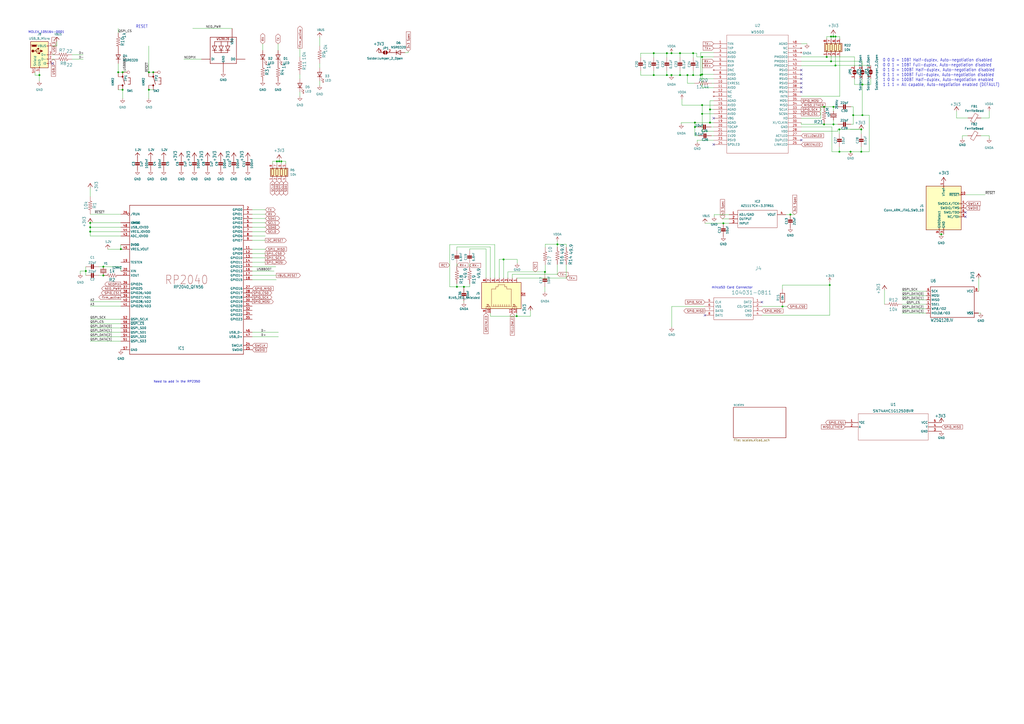
<source format=kicad_sch>
(kicad_sch (version 20250114) (generator "eeschema") (generator_version "9.0")
  (paper "A2")
  (text "0 0 0 = 10BT Half-duplex, Auto-negotiation disabled\n0 0 1 = 10BT Full-duplex, Auto-negotiation disabled\n0 1 0 = 100BT Half-duplex, Auto-negotiation disabled\n0 1 1 = 100BT Full-duplex, Auto-negotiation disabled\n1 0 0 = 100BT Half-duplex, Auto-negotiation enabled\n1 1 1 = All capable, Auto-negotiation enabled (DEFAULT)" (at 512.064 50.292 0) (effects (font (size 1.778 1.5113)) (justify left bottom)))
  (text "mircoSD Card Connector\n" (at 424.688 166.878 0) (effects (font (size 1.27 1.27))))
  (text "MOLEX_105164-0001" (at 16.383 19.431 0) (effects (font (size 1.27 1.27)) (justify left bottom)))
  (text "RESET" (at 78.74 16.51 0) (effects (font (size 1.778 1.5113)) (justify left bottom)))
  (text "Need to add in the RP2350\n" (at 102.616 221.488 0) (effects (font (size 1.27 1.27))))
  (junction (at 500.253 66.802))
  (junction (at 483.362 21.209))
  (junction (at 265.049 166.37))
  (junction (at 68.58 41.91))
  (junction (at 482.092 35.56))
  (junction (at 483.489 61.976))
  (junction (at 379.222 30.861))
  (junction (at 71.12 52.07))
  (junction (at 407.289 60.96))
  (junction (at 394.462 30.861))
  (junction (at 402.082 43.561))
  (junction (at 481.33 165.354))
  (junction (at 402.082 30.861))
  (junction (at 88.9 41.91))
  (junction (at 59.944 159.766))
  (junction (at 389.509 30.861))
  (junction (at 160.655 93.599))
  (junction (at 407.289 66.04))
  (junction (at 70.104 144.526))
  (junction (at 86.36 52.07))
  (junction (at 458.47 124.46))
  (junction (at 52.324 134.366))
  (junction (at 411.861 63.5))
  (junction (at 478.028 72.136))
  (junction (at 484.632 37.973))
  (junction (at 407.289 33.02))
  (junction (at 379.222 43.561))
  (junction (at 269.113 166.37))
  (junction (at 486.918 88.011))
  (junction (at 486.918 75.057))
  (junction (at 323.342 141.732))
  (junction (at 403.098 73.66))
  (junction (at 407.289 43.18))
  (junction (at 292.1 150.495))
  (junction (at 419.608 129.54))
  (junction (at 52.324 129.286))
  (junction (at 86.36 41.91))
  (junction (at 483.489 72.136))
  (junction (at 161.925 93.599))
  (junction (at 316.103 157.734))
  (junction (at 406.4 43.561))
  (junction (at 59.944 154.686))
  (junction (at 453.898 177.8))
  (junction (at 482.092 21.209))
  (junction (at 22.86 43.561))
  (junction (at 411.861 71.12))
  (junction (at 49.784 157.226))
  (junction (at 545.9984 135.89))
  (junction (at 71.12 41.91))
  (junction (at 389.509 43.561))
  (junction (at 478.028 61.976))
  (junction (at 386.842 43.561))
  (junction (at 499.618 75.057))
  (junction (at 500.253 49.022))
  (junction (at 299.72 183.388))
  (junction (at 484.632 21.209))
  (junction (at 386.842 30.861))
  (junction (at 163.195 93.599))
  (junction (at 403.098 71.12))
  (junction (at 394.462 43.561))
  (junction (at 499.618 88.011))
  (junction (at 494.919 66.802))
  (junction (at 398.78 43.561))
  (junction (at 493.395 88.011))
  (junction (at 479.552 33.02))
  (junction (at 52.324 131.826))
  (no_connect (at 414.02 68.58))
  (no_connect (at 560.07 125.73))
  (no_connect (at 464.82 81.28))
  (no_connect (at 464.82 40.64))
  (no_connect (at 464.82 53.34))
  (no_connect (at 408.94 182.88))
  (no_connect (at 414.02 83.82))
  (no_connect (at 560.07 123.19))
  (no_connect (at 30.48 36.83))
  (no_connect (at 441.96 175.26))
  (no_connect (at 464.82 43.18))
  (no_connect (at 464.82 45.72))
  (no_connect (at 464.82 48.26))
  (no_connect (at 464.82 50.8))
  (wire (pts (xy 316.23 153.67) (xy 316.23 157.734)))
  (wire (pts (xy 41.783 31.75) (xy 48.26 31.75)))
  (wire (pts (xy 523.24 171.45) (xy 537.21 171.45)))
  (wire (pts (xy 476.123 61.976) (xy 476.123 68.58)))
  (wire (pts (xy 289.56 150.495) (xy 292.1 150.495)))
  (wire (pts (xy 561.467 68.453) (xy 554.863 68.453)))
  (wire (pts (xy 292.1 150.495) (xy 299.974 150.495)))
  (wire (pts (xy 483.489 61.976) (xy 486.029 61.976)))
  (wire (pts (xy 495.681 49.022) (xy 500.253 49.022)))
  (wire (pts (xy 161.29 25.4) (xy 161.29 29.21)))
  (wire (pts (xy 20.32 43.561) (xy 22.86 43.561)))
  (wire (pts (xy 500.253 66.802) (xy 504.19 66.802)))
  (wire (pts (xy 500.253 49.022) (xy 505.079 49.022)))
  (wire (pts (xy 294.64 161.29) (xy 294.64 157.734)))
  (wire (pts (xy 52.324 197.866) (xy 70.104 197.866)))
  (wire (pts (xy 407.289 33.02) (xy 407.289 43.18)))
  (wire (pts (xy 407.289 76.2) (xy 407.289 66.04)))
  (wire (pts (xy 398.78 48.26) (xy 398.78 43.561)))
  (wire (pts (xy 414.02 30.48) (xy 406.4 30.48)))
  (wire (pts (xy 389.509 30.861) (xy 394.462 30.861)) (stroke (width 0.1524)))
  (wire (pts (xy 31.623 31.75) (xy 30.48 31.75)))
  (wire (pts (xy 52.324 192.786) (xy 70.104 192.786)))
  (wire (pts (xy 486.029 75.057) (xy 486.918 75.057)))
  (wire (pts (xy 62.484 144.526) (xy 70.104 144.526)))
  (wire (pts (xy 146.304 149.606) (xy 153.924 149.606)))
  (wire (pts (xy 316.103 166.37) (xy 316.103 169.291)))
  (wire (pts (xy 403.098 78.74) (xy 403.098 73.66)))
  (wire (pts (xy 453.898 167.64) (xy 453.898 165.354)))
  (wire (pts (xy 146.304 131.826) (xy 153.924 131.826)))
  (wire (pts (xy 406.4 43.561) (xy 402.082 43.561)))
  (wire (pts (xy 316.23 143.51) (xy 316.23 141.732)))
  (wire (pts (xy 461.01 124.46) (xy 458.47 124.46)))
  (wire (pts (xy 86.36 26.67) (xy 86.36 41.91)))
  (wire (pts (xy 395.605 60.96) (xy 395.605 57.531)))
  (wire (pts (xy 284.48 161.29) (xy 284.48 143.256)))
  (wire (pts (xy 116.84 34.29) (xy 106.68 34.29)))
  (wire (pts (xy 495.681 33.02) (xy 479.552 33.02)))
  (wire (pts (xy 394.462 41.021) (xy 394.462 43.561)) (stroke (width 0.1524)))
  (wire (pts (xy 406.4 30.48) (xy 406.4 43.561)))
  (wire (pts (xy 22.86 43.561) (xy 22.86 41.91)))
  (wire (pts (xy 402.082 41.021) (xy 402.082 43.561)))
  (wire (pts (xy 292.1 150.495) (xy 292.1 161.29)))
  (wire (pts (xy 561.34 78.74) (xy 558.292 78.74)))
  (wire (pts (xy 483.489 64.516) (xy 483.489 61.976)))
  (wire (pts (xy 70.104 141.986) (xy 70.104 144.526)))
  (wire (pts (xy 163.195 93.599) (xy 161.925 93.599)))
  (wire (pts (xy 165.735 93.599) (xy 163.195 93.599)))
  (wire (pts (xy 407.289 66.04) (xy 407.289 60.96)))
  (wire (pts (xy 483.489 61.976) (xy 478.028 61.976)))
  (wire (pts (xy 483.362 19.939) (xy 483.362 21.209)))
  (wire (pts (xy 486.029 76.2) (xy 486.029 75.057)))
  (wire (pts (xy 22.86 43.561) (xy 22.86 46.99)))
  (wire (pts (xy 287.02 141.859) (xy 260.858 141.859)))
  (wire (pts (xy 316.103 157.734) (xy 316.103 158.75)))
  (wire (pts (xy 464.82 72.136) (xy 464.82 71.12)))
  (wire (pts (xy 146.304 147.066) (xy 153.924 147.066)))
  (wire (pts (xy 537.21 176.53) (xy 523.24 176.53)))
  (wire (pts (xy 68.58 52.07) (xy 71.12 52.07)))
  (wire (pts (xy 405.13 78.74) (xy 403.098 78.74)))
  (wire (pts (xy 371.602 41.021) (xy 371.602 43.561)) (stroke (width 0.1524)))
  (wire (pts (xy 269.113 174.625) (xy 269.113 175.387)))
  (wire (pts (xy 483.489 69.596) (xy 483.489 72.136)))
  (wire (pts (xy 484.632 22.479) (xy 484.632 21.209)))
  (wire (pts (xy 505.079 37.973) (xy 484.632 37.973)))
  (wire (pts (xy 487.172 22.479) (xy 487.172 21.209)))
  (wire (pts (xy 160.655 93.599) (xy 160.655 94.869)))
  (wire (pts (xy 500.253 45.72) (xy 500.253 49.022)))
  (wire (pts (xy 569.087 68.453) (xy 573.786 68.453)))
  (wire (pts (xy 567.69 161.29) (xy 567.69 168.91)))
  (wire (pts (xy 70.104 154.686) (xy 70.104 157.226)))
  (wire (pts (xy 70.104 175.006) (xy 52.324 175.006)))
  (wire (pts (xy 146.304 129.286) (xy 153.924 129.286)))
  (wire (pts (xy 41.783 34.29) (xy 48.26 34.29)))
  (wire (pts (xy 307.721 180.086) (xy 307.721 183.388)))
  (wire (pts (xy 394.462 43.561) (xy 398.78 43.561)) (stroke (width 0.1524)))
  (wire (pts (xy 453.898 165.354) (xy 481.33 165.354)))
  (wire (pts (xy 158.115 93.599) (xy 158.115 94.869)))
  (wire (pts (xy 486.918 75.057) (xy 499.618 75.057)) (stroke (width 0.1524)))
  (wire (pts (xy 234.95 30.48) (xy 236.855 30.48)))
  (wire (pts (xy 173.99 53.34) (xy 173.99 55.88)))
  (wire (pts (xy 406.4 45.72) (xy 406.4 43.561)))
  (wire (pts (xy 513.08 168.148) (xy 513.08 176.53)))
  (wire (pts (xy 328.422 141.732) (xy 328.422 143.383)))
  (wire (pts (xy 299.72 183.388) (xy 299.72 181.61)))
  (wire (pts (xy 523.24 181.61) (xy 537.21 181.61)))
  (wire (pts (xy 153.924 124.206) (xy 146.304 124.206)))
  (wire (pts (xy 404.241 33.02) (xy 404.241 30.861)))
  (wire (pts (xy 484.632 32.639) (xy 484.632 37.973)))
  (wire (pts (xy 185.42 36.83) (xy 185.42 39.37)))
  (wire (pts (xy 52.324 136.906) (xy 52.324 134.366)))
  (wire (pts (xy 494.919 66.802) (xy 500.253 66.802)))
  (wire (pts (xy 394.462 30.861) (xy 402.082 30.861)) (stroke (width 0.1524)))
  (wire (pts (xy 482.092 35.56) (xy 464.82 35.56)))
  (wire (pts (xy 297.18 159.131) (xy 323.342 159.131)))
  (wire (pts (xy 478.028 72.136) (xy 483.489 72.136)))
  (wire (pts (xy 500.253 38.1) (xy 500.253 35.56)))
  (wire (pts (xy 70.104 131.826) (xy 52.324 131.826)))
  (wire (pts (xy 404.495 81.28) (xy 414.02 81.28)))
  (wire (pts (xy 52.324 195.326) (xy 70.104 195.326)))
  (wire (pts (xy 389.509 43.561) (xy 394.462 43.561)) (stroke (width 0.1524)))
  (wire (pts (xy 316.23 157.734) (xy 316.103 157.734)))
  (wire (pts (xy 495.681 45.72) (xy 495.681 49.022)))
  (wire (pts (xy 146.304 144.526) (xy 153.924 144.526)))
  (wire (pts (xy 407.289 43.18) (xy 407.289 50.8)))
  (wire (pts (xy 52.324 108.966) (xy 52.324 114.046)))
  (wire (pts (xy 185.42 46.99) (xy 185.42 49.53)))
  (wire (pts (xy 573.786 68.453) (xy 573.786 64.389)))
  (wire (pts (xy 398.78 43.561) (xy 402.082 43.561)) (stroke (width 0.1524)))
  (wire (pts (xy 482.092 32.639) (xy 482.092 35.56)))
  (wire (pts (xy 560.07 113.03) (xy 571.5 113.03)))
  (wire (pts (xy 414.02 71.12) (xy 411.861 71.12)))
  (wire (pts (xy 487.172 55.88) (xy 464.82 55.88)))
  (wire (pts (xy 483.362 21.209) (xy 482.092 21.209)))
  (wire (pts (xy 414.02 33.02) (xy 407.289 33.02)))
  (wire (pts (xy 479.552 33.02) (xy 464.82 33.02)))
  (wire (pts (xy 68.58 19.05) (xy 68.58 16.51)))
  (wire (pts (xy 71.12 41.91) (xy 68.58 41.91)))
  (wire (pts (xy 414.02 76.2) (xy 407.289 76.2)))
  (wire (pts (xy 408.94 129.54) (xy 419.608 129.54)))
  (wire (pts (xy 59.944 154.686) (xy 57.404 154.686)))
  (wire (pts (xy 160.02 154.686) (xy 146.304 154.686)))
  (wire (pts (xy 486.918 75.057) (xy 486.918 77.597)) (stroke (width 0.1524)))
  (wire (pts (xy 173.99 43.18) (xy 173.99 45.72)))
  (wire (pts (xy 487.172 21.209) (xy 484.632 21.209)))
  (wire (pts (xy 403.098 73.66) (xy 403.098 71.12)))
  (wire (pts (xy 386.842 30.861) (xy 389.509 30.861)) (stroke (width 0.1524)))
  (wire (pts (xy 289.56 161.29) (xy 289.56 150.495)))
  (wire (pts (xy 464.82 25.4) (xy 468.122 25.4)))
  (wire (pts (xy 323.342 139.954) (xy 323.342 141.732)))
  (wire (pts (xy 294.64 157.734) (xy 316.103 157.734)))
  (wire (pts (xy 573.786 78.74) (xy 573.786 80.264)))
  (wire (pts (xy 482.092 21.209) (xy 479.552 21.209)))
  (wire (pts (xy 568.96 78.74) (xy 573.786 78.74)))
  (wire (pts (xy 544.83 135.89) (xy 545.9984 135.89)))
  (wire (pts (xy 407.289 43.18) (xy 414.02 43.18)))
  (wire (pts (xy 379.222 33.401) (xy 379.222 30.861)) (stroke (width 0.1524)))
  (wire (pts (xy 299.974 150.495) (xy 299.974 152.654)))
  (wire (pts (xy 146.304 134.366) (xy 153.924 134.366)))
  (wire (pts (xy 500.253 49.149) (xy 500.253 66.802)))
  (wire (pts (xy 441.96 182.88) (xy 481.33 182.88)))
  (wire (pts (xy 407.289 60.96) (xy 395.605 60.96)))
  (wire (pts (xy 146.304 126.746) (xy 153.924 126.746)))
  (wire (pts (xy 379.222 30.861) (xy 386.842 30.861)) (stroke (width 0.1524)))
  (wire (pts (xy 323.342 153.416) (xy 323.342 159.131)))
  (wire (pts (xy 414.02 58.42) (xy 411.861 58.42)))
  (wire (pts (xy 371.602 30.861) (xy 379.222 30.861)) (stroke (width 0.1524)))
  (wire (pts (xy 52.324 134.366) (xy 52.324 131.826)))
  (wire (pts (xy 52.324 177.546) (xy 70.104 177.546)))
  (wire (pts (xy 504.19 66.802) (xy 504.19 88.011)))
  (wire (pts (xy 386.842 41.021) (xy 386.842 43.561)) (stroke (width 0.1524)))
  (wire (pts (xy 476.123 68.58) (xy 464.82 68.58)))
  (wire (pts (xy 494.919 72.136) (xy 494.919 66.802)))
  (wire (pts (xy 394.462 33.401) (xy 394.462 30.861)) (stroke (width 0.1524)))
  (wire (pts (xy 482.6 88.011) (xy 486.918 88.011)))
  (wire (pts (xy 403.098 71.12) (xy 395.224 71.12)))
  (wire (pts (xy 414.02 60.96) (xy 407.289 60.96)))
  (wire (pts (xy 265.049 166.37) (xy 269.113 166.37)))
  (wire (pts (xy 414.02 63.5) (xy 411.861 63.5)))
  (wire (pts (xy 419.1 127) (xy 422.91 127)))
  (wire (pts (xy 487.172 32.639) (xy 487.172 55.88)))
  (wire (pts (xy 146.304 136.906) (xy 153.924 136.906)))
  (wire (pts (xy 146.304 159.766) (xy 160.274 159.766)))
  (wire (pts (xy 379.222 41.021) (xy 379.222 43.561)) (stroke (width 0.1524)))
  (wire (pts (xy 414.274 125.73) (xy 414.274 124.46)))
  (wire (pts (xy 411.861 63.5) (xy 411.861 71.12)))
  (wire (pts (xy 30.48 26.67) (xy 33.02 26.67)))
  (wire (pts (xy 484.632 21.209) (xy 483.362 21.209)))
  (wire (pts (xy 88.9 52.07) (xy 86.36 52.07)))
  (wire (pts (xy 412.75 78.74) (xy 414.02 78.74)))
  (wire (pts (xy 284.48 181.61) (xy 284.48 183.388)))
  (wire (pts (xy 411.861 58.42) (xy 411.861 63.5)))
  (wire (pts (xy 499.618 75.057) (xy 493.141 75.057)))
  (wire (pts (xy 323.342 141.732) (xy 323.342 143.256)))
  (wire (pts (xy 505.079 49.022) (xy 505.079 45.593)))
  (wire (pts (xy 537.21 179.07) (xy 523.24 179.07)))
  (wire (pts (xy 402.082 30.861) (xy 402.082 33.401)) (stroke (width 0.1524)))
  (wire (pts (xy 272.415 164.719) (xy 272.415 166.37)))
  (wire (pts (xy 323.342 141.732) (xy 328.422 141.732)))
  (wire (pts (xy 558.292 78.74) (xy 558.292 80.264)))
  (wire (pts (xy 486.918 85.217) (xy 486.918 88.011)))
  (wire (pts (xy 316.23 141.732) (xy 323.342 141.732)))
  (wire (pts (xy 260.858 166.37) (xy 265.049 166.37)))
  (wire (pts (xy 413.004 48.26) (xy 414.02 48.26)))
  (wire (pts (xy 328.422 153.543) (xy 328.422 161.29)))
  (wire (pts (xy 408.94 177.8) (xy 389.636 177.8)))
  (wire (pts (xy 537.21 168.91) (xy 523.24 168.91)))
  (wire (pts (xy 395.224 71.12) (xy 395.224 71.882)))
  (wire (pts (xy 52.324 131.826) (xy 52.324 129.286)))
  (wire (pts (xy 486.029 72.136) (xy 483.489 72.136)))
  (wire (pts (xy 464.82 76.2) (xy 486.029 76.2)))
  (wire (pts (xy 146.304 162.306) (xy 160.274 162.306)))
  (wire (pts (xy 260.858 141.859) (xy 260.858 166.37)))
  (wire (pts (xy 414.02 66.04) (xy 407.289 66.04)))
  (wire (pts (xy 236.855 29.718) (xy 236.855 30.48)))
  (wire (pts (xy 479.552 32.639) (xy 479.552 33.02)))
  (wire (pts (xy 499.618 77.597) (xy 499.618 75.057)) (stroke (width 0.1524)))
  (wire (pts (xy 500.253 35.56) (xy 482.092 35.56)))
  (wire (pts (xy 297.18 161.29) (xy 297.18 159.131)))
  (wire (pts (xy 86.36 41.91) (xy 88.9 41.91)))
  (wire (pts (xy 281.94 144.399) (xy 272.415 144.399)))
  (wire (pts (xy 70.104 187.706) (xy 52.324 187.706)))
  (wire (pts (xy 70.104 129.286) (xy 52.324 129.286)))
  (wire (pts (xy 281.94 161.29) (xy 281.94 144.399)))
  (wire (pts (xy 371.602 33.401) (xy 371.602 30.861)) (stroke (width 0.1524)))
  (wire (pts (xy 412.496 73.66) (xy 414.02 73.66)))
  (wire (pts (xy 70.104 136.906) (xy 52.324 136.906)))
  (wire (pts (xy 371.602 43.561) (xy 379.222 43.561)) (stroke (width 0.1524)))
  (wire (pts (xy 70.104 185.166) (xy 52.324 185.166)))
  (wire (pts (xy 146.304 121.666) (xy 153.924 121.666)))
  (wire (pts (xy 165.735 94.869) (xy 165.735 93.599)))
  (wire (pts (xy 70.104 134.366) (xy 52.324 134.366)))
  (wire (pts (xy 484.632 37.973) (xy 484.632 38.1)))
  (wire (pts (xy 419.608 129.54) (xy 422.91 129.54)))
  (wire (pts (xy 20.32 43.561) (xy 20.32 41.91)))
  (wire (pts (xy 504.19 88.011) (xy 499.618 88.011)))
  (wire (pts (xy 161.925 92.329) (xy 161.925 93.599)))
  (wire (pts (xy 33.02 26.67) (xy 33.02 24.13)))
  (wire (pts (xy 68.58 36.83) (xy 68.58 41.91)))
  (wire (pts (xy 284.48 143.256) (xy 265.049 143.256)))
  (wire (pts (xy 379.222 43.561) (xy 386.842 43.561)) (stroke (width 0.1524)))
  (wire (pts (xy 464.82 73.66) (xy 482.6 73.66)))
  (wire (pts (xy 57.404 159.766) (xy 59.944 159.766)))
  (wire (pts (xy 537.21 173.99) (xy 523.24 173.99)))
  (wire (pts (xy 486.918 88.011) (xy 493.395 88.011)))
  (wire (pts (xy 71.12 52.07) (xy 71.12 57.15)))
  (wire (pts (xy 404.876 73.66) (xy 403.098 73.66)))
  (wire (pts (xy 70.104 124.206) (xy 52.324 124.206)))
  (wire (pts (xy 265.049 164.592) (xy 265.049 166.37)))
  (wire (pts (xy 499.618 85.217) (xy 499.618 88.011)))
  (wire (pts (xy 287.02 161.29) (xy 287.02 141.859)))
  (wire (pts (xy 160.655 93.599) (xy 158.115 93.599)))
  (wire (pts (xy 386.842 43.561) (xy 389.509 43.561)) (stroke (width 0.1524)))
  (wire (pts (xy 494.919 66.802) (xy 494.919 61.976)))
  (wire (pts (xy 49.784 157.226) (xy 49.784 159.766)))
  (wire (pts (xy 493.395 88.011) (xy 499.618 88.011)))
  (wire (pts (xy 52.324 190.246) (xy 70.104 190.246)))
  (wire (pts (xy 146.304 192.786) (xy 161.544 192.786)))
  (wire (pts (xy 476.123 61.976) (xy 478.028 61.976)))
  (wire (pts (xy 481.33 165.354) (xy 481.33 182.88)))
  (wire (pts (xy 46.609 157.226) (xy 49.784 157.226)))
  (wire (pts (xy 265.049 152.908) (xy 265.049 154.432)))
  (wire (pts (xy 567.69 181.61) (xy 568.96 181.61)))
  (wire (pts (xy 545.9984 135.89) (xy 547.37 135.89)))
  (wire (pts (xy 479.552 21.209) (xy 479.552 22.479)))
  (wire (pts (xy 328.422 161.29) (xy 299.72 161.29)))
  (wire (pts (xy 453.898 177.8) (xy 456.692 177.8)))
  (wire (pts (xy 146.304 152.146) (xy 153.924 152.146)))
  (wire (pts (xy 441.96 177.8) (xy 453.898 177.8)))
  (wire (pts (xy 407.289 33.02) (xy 404.241 33.02)))
  (wire (pts (xy 146.304 157.226) (xy 159.004 157.226)))
  (wire (pts (xy 414.02 50.8) (xy 407.289 50.8)))
  (wire (pts (xy 495.681 38.1) (xy 495.681 33.02)))
  (wire (pts (xy 482.092 21.209) (xy 482.092 22.479)))
  (wire (pts (xy 272.415 152.908) (xy 272.415 154.559)))
  (wire (pts (xy 31.623 34.29) (xy 30.48 34.29)))
  (wire (pts (xy 402.844 48.26) (xy 398.78 48.26)))
  (wire (pts (xy 484.632 38.1) (xy 464.82 38.1)))
  (wire (pts (xy 49.784 154.686) (xy 49.784 157.226)))
  (wire (pts (xy 46.609 158.75) (xy 46.609 157.226)))
  (wire (pts (xy 493.649 61.976) (xy 494.919 61.976)))
  (wire (pts (xy 414.02 45.72) (xy 406.4 45.72)))
  (wire (pts (xy 482.6 73.66) (xy 482.6 88.011)))
  (wire (pts (xy 414.274 124.46) (xy 422.91 124.46)))
  (wire (pts (xy 284.48 183.388) (xy 299.72 183.388)))
  (wire (pts (xy 73.279 41.021) (xy 71.12 41.91)))
  (wire (pts (xy 411.861 71.12) (xy 403.098 71.12)))
  (wire (pts (xy 481.33 163.576) (xy 481.33 165.354)))
  (wire (pts (xy 173.99 33.02) (xy 173.99 27.94)))
  (wire (pts (xy 458.47 124.46) (xy 455.93 124.46)))
  (wire (pts (xy 185.42 26.67) (xy 185.42 21.59)))
  (wire (pts (xy 389.636 177.8) (xy 389.636 189.738)))
  (wire (pts (xy 272.415 144.399) (xy 272.415 145.288)))
  (wire (pts (xy 269.113 166.37) (xy 272.415 166.37)))
  (wire (pts (xy 493.649 72.136) (xy 494.919 72.136)))
  (wire (pts (xy 404.241 30.861) (xy 402.082 30.861)))
  (wire (pts (xy 146.304 139.446) (xy 153.924 139.446)))
  (wire (pts (xy 265.049 143.256) (xy 265.049 145.288)))
  (wire (pts (xy 86.36 57.15) (xy 86.36 52.07)))
  (wire (pts (xy 163.195 94.869) (xy 163.195 93.599)))
  (wire (pts (xy 404.495 82.423) (xy 404.495 81.28)))
  (wire (pts (xy 146.304 195.326) (xy 161.544 195.326)))
  (wire (pts (xy 307.721 183.388) (xy 299.72 183.388)))
  (wire (pts (xy 269.113 166.37) (xy 269.113 167.005)))
  (wire (pts (xy 59.944 154.686) (xy 70.104 154.686)))
  (wire (pts (xy 134.62 16.51) (xy 111.76 16.51)))
  (wire (pts (xy 386.842 33.401) (xy 386.842 30.861)) (stroke (width 0.1524)))
  (wire (pts (xy 152.4 25.4) (xy 152.4 29.21)))
  (wire (pts (xy 161.925 93.599) (xy 160.655 93.599)))
  (wire (pts (xy 464.82 72.136) (xy 478.028 72.136)))
  (wire (pts (xy 554.863 68.453) (xy 554.863 64.389)))
  (label "QSPI_DATA[3]" (at 523.24 181.61 0) (effects (font (size 1.2446 1.2446))))
  (label "D+" (at 45.72 31.75 0) (effects (font (size 1.2446 1.2446))))
  (label "QSPI_DATA[3]" (at 52.324 197.866 0) (effects (font (size 1.2446 1.2446))))
  (label "QSPI_CS" (at 68.58 19.05 0) (effects (font (size 1.2446 1.2446))))
  (label "A2" (at 52.324 175.006 0) (effects (font (size 1.2446 1.2446))))
  (label "D-" (at 45.72 34.29 0) (effects (font (size 1.2446 1.2446))))
  (label "A3" (at 52.324 177.546 0) (effects (font (size 1.2446 1.2446))))
  (label "QSPI_DATA[2]" (at 52.324 195.326 0) (effects (font (size 1.2446 1.2446))))
  (label "QSPI_CS" (at 525.78 176.53 0) (effects (font (size 1.2446 1.2446))))
  (label "QSPI_DATA[0]" (at 52.324 190.246 0) (effects (font (size 1.2446 1.2446))))
  (label "QSPI_DATA[2]" (at 523.24 179.07 0) (effects (font (size 1.2446 1.2446))))
  (label "QSPI_DATA[1]" (at 52.324 192.786 0) (effects (font (size 1.2446 1.2446))))
  (label "NEOPIX" (at 106.68 34.29 0) (effects (font (size 1.2446 1.2446))))
  (label "QSPI_DATA[0]" (at 523.24 171.45 0) (effects (font (size 1.2446 1.2446))))
  (label "D-" (at 151.384 192.786 0) (effects (font (size 1.2446 1.2446))))
  (label "~{RESET}" (at 86.36 41.91 90) (effects (font (size 1.2446 1.2446))))
  (label "~{RESET}" (at 571.5 113.03 0) (effects (font (size 1.2446 1.2446))))
  (label "USBBOOT" (at 148.844 157.226 0) (effects (font (size 1.2446 1.2446))))
  (label "QSPI_SCK" (at 52.324 185.166 0) (effects (font (size 1.2446 1.2446))))
  (label "QSPI_DATA[1]" (at 523.24 173.99 0) (effects (font (size 1.2446 1.2446))))
  (label "QSPI_CS" (at 52.324 187.706 0) (effects (font (size 1.2446 1.2446))))
  (label "D+" (at 151.384 195.326 0) (effects (font (size 1.2446 1.2446))))
  (label "QSPI_SCK" (at 523.24 168.91 0) (effects (font (size 1.2446 1.2446))))
  (label "NEO_PWR" (at 119.38 16.51 0) (effects (font (size 1.2446 1.2446))))
  (label "USBBOOT" (at 73.279 41.021 90) (effects (font (size 1.2446 1.2446))))
  (label "~{RESET}" (at 54.864 124.206 0) (effects (font (size 1.2446 1.2446))))
  (global_label "SPI0_MISO" (shape output) (at 408.94 180.34 180) (property "Intersheetrefs" "${INTERSHEET_REFS}" (effects (hide yes))))
  (global_label "3v3 Spec" (shape input) (at 236.855 29.718 90) (property "Intersheetrefs" "${INTERSHEET_REFS}" (effects (hide yes))))
  (global_label "3v3 Spec" (shape input) (at 419.1 127 90) (property "Intersheetrefs" "${INTERSHEET_REFS}" (effects (hide yes))))
  (global_label "SPI0_SCK" (shape output) (at 146.304 172.466 0) (property "Intersheetrefs" "${INTERSHEET_REFS}" (effects (hide yes))))
  (global_label "RCT" (shape input) (at 260.858 153.797 180) (property "Intersheetrefs" "${INTERSHEET_REFS}" (effects (hide yes))))
  (global_label "SPI1_MISO" (shape input) (at 153.924 144.526 0) (property "Intersheetrefs" "${INTERSHEET_REFS}" (effects (hide yes))))
  (global_label "SDA1" (shape bidirectional) (at 153.924 126.746 0) (property "Intersheetrefs" "${INTERSHEET_REFS}" (effects (hide yes))))
  (global_label "RX+" (shape input) (at 265.049 153.797 0) (property "Intersheetrefs" "${INTERSHEET_REFS}" (effects (hide yes))))
  (global_label "SWDIO" (shape input) (at 560.07 120.65 0) (property "Intersheetrefs" "${INTERSHEET_REFS}" (effects (hide yes))))
  (global_label "SPI0_CS0" (shape input) (at 456.692 177.8 0) (property "Intersheetrefs" "${INTERSHEET_REFS}" (effects (hide yes))))
  (global_label "I2C_RESET" (shape output) (at 153.924 139.446 0) (property "Intersheetrefs" "${INTERSHEET_REFS}" (effects (hide yes))))
  (global_label "firm_active" (shape output) (at 70.104 172.466 180) (property "Intersheetrefs" "${INTERSHEET_REFS}" (effects (hide yes))))
  (global_label "SCL0" (shape bidirectional) (at 153.924 134.366 0) (property "Intersheetrefs" "${INTERSHEET_REFS}" (effects (hide yes))))
  (global_label "USB_D-" (shape input) (at 30.988 34.29 270) (property "Intersheetrefs" "${INTERSHEET_REFS}" (effects (hide yes))))
  (global_label "SCL1" (shape bidirectional) (at 153.924 129.286 0) (property "Intersheetrefs" "${INTERSHEET_REFS}" (effects (hide yes))))
  (global_label "TX-" (shape input) (at 414.02 25.4 180) (property "Intersheetrefs" "${INTERSHEET_REFS}" (effects (hide yes))))
  (global_label "MISO_ETHER" (shape input) (at 490.22 247.65 180) (property "Intersheetrefs" "${INTERSHEET_REFS}" (effects (hide yes))))
  (global_label "SPI0_MISO" (shape input) (at 546.1 247.65 0) (property "Intersheetrefs" "${INTERSHEET_REFS}" (effects (hide yes))))
  (global_label "SPI0_MOSI" (shape output) (at 146.304 175.006 0) (property "Intersheetrefs" "${INTERSHEET_REFS}" (effects (hide yes))))
  (global_label "RX-" (shape input) (at 272.415 153.924 0) (property "Intersheetrefs" "${INTERSHEET_REFS}" (effects (hide yes))))
  (global_label "TX" (shape bidirectional) (at 161.29 25.4 90) (property "Intersheetrefs" "${INTERSHEET_REFS}" (effects (hide yes))))
  (global_label "VBUS_RESET" (shape output) (at 160.274 159.766 0) (property "Intersheetrefs" "${INTERSHEET_REFS}" (effects (hide yes))))
  (global_label "GREENLED" (shape input) (at 281.94 181.61 270) (property "Intersheetrefs" "${INTERSHEET_REFS}" (effects (hide yes))))
  (global_label "MISO_ETHER" (shape input) (at 464.82 60.96 0) (property "Intersheetrefs" "${INTERSHEET_REFS}" (effects (hide yes))))
  (global_label "3v3 Spec" (shape input) (at 461.01 124.46 90) (property "Intersheetrefs" "${INTERSHEET_REFS}" (effects (hide yes))))
  (global_label "RX-" (shape input) (at 414.02 35.56 180) (property "Intersheetrefs" "${INTERSHEET_REFS}" (effects (hide yes))))
  (global_label "SPI1_MOSI" (shape output) (at 153.924 152.146 0) (property "Intersheetrefs" "${INTERSHEET_REFS}" (effects (hide yes))))
  (global_label "USB_D+" (shape input) (at 31.242 31.75 90) (property "Intersheetrefs" "${INTERSHEET_REFS}" (effects (hide yes))))
  (global_label "SPI0_CS0" (shape output) (at 146.304 169.926 0) (property "Intersheetrefs" "${INTERSHEET_REFS}" (effects (hide yes))))
  (global_label "SCL1" (shape bidirectional) (at 163.195 105.029 270) (property "Intersheetrefs" "${INTERSHEET_REFS}" (effects (hide yes))))
  (global_label "SPI0_CS1" (shape output) (at 490.22 245.11 180) (property "Intersheetrefs" "${INTERSHEET_REFS}" (effects (hide yes))))
  (global_label "NEO_PWR" (shape output) (at 70.104 167.386 180) (property "Intersheetrefs" "${INTERSHEET_REFS}" (effects (hide yes))))
  (global_label "SWCLK" (shape input) (at 560.07 118.11 0) (property "Intersheetrefs" "${INTERSHEET_REFS}" (effects (hide yes))))
  (global_label "SDA0" (shape bidirectional) (at 160.655 105.029 270) (property "Intersheetrefs" "${INTERSHEET_REFS}" (effects (hide yes))))
  (global_label "GREENLED" (shape input) (at 464.82 83.82 0) (property "Intersheetrefs" "${INTERSHEET_REFS}" (effects (hide yes))))
  (global_label "SPI0_SCK" (shape input) (at 408.94 175.26 180) (property "Intersheetrefs" "${INTERSHEET_REFS}" (effects (hide yes))))
  (global_label "RX" (shape bidirectional) (at 153.924 124.206 0) (property "Intersheetrefs" "${INTERSHEET_REFS}" (effects (hide yes))))
  (global_label "SPI1_CS0" (shape output) (at 153.924 147.066 0) (property "Intersheetrefs" "${INTERSHEET_REFS}" (effects (hide yes))))
  (global_label "SCL0" (shape bidirectional) (at 158.115 105.029 270) (property "Intersheetrefs" "${INTERSHEET_REFS}" (effects (hide yes))))
  (global_label "SPI0_MOSI" (shape output) (at 464.82 58.42 0) (property "Intersheetrefs" "${INTERSHEET_REFS}" (effects (hide yes))))
  (global_label "NEOPIX" (shape output) (at 70.104 164.846 180) (property "Intersheetrefs" "${INTERSHEET_REFS}" (effects (hide yes))))
  (global_label "firm_active" (shape output) (at 173.99 27.94 90) (property "Intersheetrefs" "${INTERSHEET_REFS}" (effects (hide yes))))
  (global_label "YELLOWLED" (shape input) (at 297.18 181.61 270) (property "Intersheetrefs" "${INTERSHEET_REFS}" (effects (hide yes))))
  (global_label "TX+" (shape input) (at 328.422 161.29 0) (property "Intersheetrefs" "${INTERSHEET_REFS}" (effects (hide yes))))
  (global_label "TX" (shape bidirectional) (at 153.924 121.666 0) (property "Intersheetrefs" "${INTERSHEET_REFS}" (effects (hide yes))))
  (global_label "SPI1_SCK" (shape output) (at 153.924 149.606 0) (property "Intersheetrefs" "${INTERSHEET_REFS}" (effects (hide yes))))
  (global_label "TX+" (shape input) (at 414.02 27.94 180) (property "Intersheetrefs" "${INTERSHEET_REFS}" (effects (hide yes))))
  (global_label "RX" (shape bidirectional) (at 152.4 25.4 90) (property "Intersheetrefs" "${INTERSHEET_REFS}" (effects (hide yes))))
  (global_label "SPI0_SCK" (shape output) (at 464.82 63.5 0) (property "Intersheetrefs" "${INTERSHEET_REFS}" (effects (hide yes))))
  (global_label "SPI0_MISO" (shape input) (at 146.304 167.386 0) (property "Intersheetrefs" "${INTERSHEET_REFS}" (effects (hide yes))))
  (global_label "TCT" (shape input) (at 310.515 157.734 90) (property "Intersheetrefs" "${INTERSHEET_REFS}" (effects (hide yes))))
  (global_label "SWDIO" (shape input) (at 146.304 202.946 0) (property "Intersheetrefs" "${INTERSHEET_REFS}" (effects (hide yes))))
  (global_label "SPI0_CS1" (shape output) (at 70.104 169.926 180) (property "Intersheetrefs" "${INTERSHEET_REFS}" (effects (hide yes))))
  (global_label "SWCLK" (shape input) (at 146.304 200.406 0) (property "Intersheetrefs" "${INTERSHEET_REFS}" (effects (hide yes))))
  (global_label "SDA0" (shape bidirectional) (at 153.924 131.826 0) (property "Intersheetrefs" "${INTERSHEET_REFS}" (effects (hide yes))))
  (global_label "SDA1" (shape bidirectional) (at 165.735 105.029 270) (property "Intersheetrefs" "${INTERSHEET_REFS}" (effects (hide yes))))
  (global_label "SPI0_CS1" (shape output) (at 464.82 66.04 0) (property "Intersheetrefs" "${INTERSHEET_REFS}" (effects (hide yes))))
  (global_label "RX+" (shape input) (at 414.02 38.1 180) (property "Intersheetrefs" "${INTERSHEET_REFS}" (effects (hide yes))))
  (global_label "TX-" (shape input) (at 323.342 159.131 0) (property "Intersheetrefs" "${INTERSHEET_REFS}" (effects (hide yes))))
  (global_label "SPI0_MOSI" (shape input) (at 441.96 180.34 0) (property "Intersheetrefs" "${INTERSHEET_REFS}" (effects (hide yes))))
  (global_label "YELLOWLED" (shape input) (at 464.82 78.74 0) (property "Intersheetrefs" "${INTERSHEET_REFS}" (effects (hide yes))))
  (symbol (lib_id "power:VDDA") (at 389.509 30.861 0) (unit 1)
    (property "Reference" "#PWR036" (effects (hide yes)))
    (property "Value" "VDDA" (at 389.509 26.797 0))
  )
  (symbol (lib_id "mainboard:RESISTOR0603") (at 152.4 41.91 270) (unit 1)
    (property "Reference" "R3" (at 153.924 41.91 0) (effects (font (size 1.778 1.778)) (justify bottom)))
    (property "Value" "1k" (at 156.8196 38.2524 0) (effects (font (size 1.778 1.778)) (justify top)))
    (property "Footprint" "Resistor_SMD:R_0603_1608Metric" (effects (hide yes)))
    (property "Description" "100K 0603" (effects (hide yes)))
  )
  (symbol (lib_id "Molex_SD:104031-0811") (at 441.96 175.26 0) (mirror y) (unit 1)
    (property "Reference" "J4" (at 441.96 156.8958 0) (effects (font (size 2.159 2.159)) (justify left bottom)))
    (property "Value" "104031-0811" (at 447.802 170.942 0) (effects (font (size 2.159 2.159)) (justify left bottom)))
    (property "Footprint" "Connector_Card:microSD_HC_Molex_104031-0811" (effects (hide yes)))
    (property "Datasheet" "http://www.molex.com/webdocs/datasheets/pdf/en-us/1040310811_MEMORY_CARD_SOCKET.pdf" (effects (hide yes)))
    (property "Description" "microSD 1.10mm SMT push-pull memory card microSD 1.10mm SMT push-pull memory card" (effects (hide yes)))
    (property "Flight" "5031821852" (effects (hide yes)))
    (property "Manufacturer_Name" "Molex" (effects (hide yes)))
    (property "Manufacturer_Part_Number" "104031-0811" (effects (hide yes)))
    (property "Proto" "5031821852" (effects (hide yes)))
    (property "Mouser Part Number" "538-104031-0811" (effects (hide yes)))
    (property "Mouser Price/Stock" "https://www.mouser.co.uk/ProductDetail/Molex/104031-0811?qs=udsGRKD4nA3Tvy7wqky%252BuA%3D%3D" (effects (hide yes)))
  )
  (symbol (lib_id "Adafruit ItsyBitsy RP2040-eagle-import:SWITCH_TACT_SMT4.6X2.8") (at 88.9 46.99 270) (unit 1)
    (property "Reference" "SW2" (at 88.9 53.34 90) (effects (font (size 1.27 1.0795)) (justify left bottom)))
    (property "Value" "KMR2" (at 82.55 45.085 0) (effects (font (size 1.27 1.0795)) (justify left bottom)))
    (property "Footprint" "FC_DEV_BOARD:BTN_KMR2_4.6X2.8" (effects (hide yes)))
  )
  (symbol (lib_id "Adafruit ItsyBitsy RP2040-eagle-import:+3V3") (at 143.764 88.646 0) (unit 1)
    (property "Reference" "#+3V08" (effects (hide yes)))
    (property "Value" "+3V3" (at 141.224 93.726 90) (effects (font (size 1.778 1.5113)) (justify left bottom)))
    (property "Footprint" "Adafruit ItsyBitsy RP2040:" (effects (hide yes)))
  )
  (symbol (lib_id "Adafruit ItsyBitsy RP2040-eagle-import:SWITCH_TACT_SMT4.6X2.8") (at 71.12 46.99 270) (unit 1)
    (property "Reference" "SW1" (at 73.66 53.34 90) (effects (font (size 1.27 1.0795)) (justify left bottom)))
    (property "Value" "KMR2" (at 64.77 45.085 0) (effects (font (size 1.27 1.0795)) (justify left bottom)))
    (property "Footprint" "FC_DEV_BOARD:BTN_KMR2_4.6X2.8" (effects (hide yes)))
  )
  (symbol (lib_id "Adafruit ItsyBitsy RP2040-eagle-import:+3V3") (at 567.69 158.75 0) (unit 1)
    (property "Reference" "#+3V015" (effects (hide yes)))
    (property "Value" "+3V3" (at 565.15 163.83 90) (effects (font (size 1.778 1.5113)) (justify left bottom)))
    (property "Footprint" "Adafruit ItsyBitsy RP2040:" (effects (hide yes)))
  )
  (symbol (lib_id "Adafruit ItsyBitsy RP2040-eagle-import:VBUS") (at 185.42 19.05 0) (unit 1)
    (property "Reference" "#U$07" (effects (hide yes)))
    (property "Value" "VBUS" (at 183.896 18.034 0) (effects (font (size 1.27 1.0795)) (justify left bottom)))
    (property "Footprint" "Adafruit ItsyBitsy RP2040:" (effects (hide yes)))
  )
  (symbol (lib_id "Device:LED") (at 161.29 33.02 90) (unit 1)
    (property "Reference" "D1" (at 164.338 33.9725 90) (effects (justify right)))
    (property "Value" "LED" (at 164.338 36.5125 90) (effects (justify right)))
    (property "Footprint" "LED_SMD:LED_0603_1608Metric" (effects (hide yes)))
  )
  (symbol (lib_id "Adafruit ItsyBitsy RP2040-eagle-import:CAP_CERAMIC_0402NO") (at 269.113 172.085 0) (unit 1)
    (property "Reference" "C36" (at 266.823 170.835 90))
    (property "Value" "10nf" (at 271.413 170.835 90))
    (property "Footprint" "Capacitor_SMD:C_0402_1005Metric" (effects (hide yes)))
  )
  (symbol (lib_id "Adafruit ItsyBitsy RP2040-eagle-import:CAP_CERAMIC_0402NO") (at 143.764 96.266 0) (unit 1)
    (property "Reference" "C11" (at 141.474 95.016 90))
    (property "Value" "100nf" (at 146.064 95.016 90))
    (property "Footprint" "Capacitor_SMD:C_0402_1005Metric" (effects (hide yes)))
  )
  (symbol (lib_id "Adafruit Ethernet FeatherWing-eagle-import:CAP_CERAMIC0603_NO") (at 410.21 78.74 90) (unit 1)
    (property "Reference" "C26" (at 408.96 81.03 90))
    (property "Value" "0.1uF" (at 405.638 77.724 90))
    (property "Footprint" "Capacitor_SMD:C_0603_1608Metric" (effects (hide yes)))
  )
  (symbol (lib_id "mainboard:RESISTOR0603") (at 518.16 176.53 0) (unit 1)
    (property "Reference" "R12" (at 518.16 175.006 0) (effects (font (size 1.778 1.778)) (justify bottom)))
    (property "Value" "10k" (at 518.16 178.435 0) (effects (font (size 1.778 1.778)) (justify top)))
    (property "Footprint" "Resistor_SMD:R_0603_1608Metric" (effects (hide yes)))
    (property "Description" "100K 0603" (effects (hide yes)))
  )
  (symbol (lib_id "Adafruit ItsyBitsy RP2040-eagle-import:CAP_CERAMIC_0402NO") (at 272.415 150.368 0) (unit 1)
    (property "Reference" "C19" (at 270.125 149.118 90))
    (property "Value" "6.8nf" (at 274.715 149.118 90))
    (property "Footprint" "Capacitor_SMD:C_0402_1005Metric" (effects (hide yes)))
  )
  (symbol (lib_id "Adafruit ItsyBitsy RP2040-eagle-import:+3V3") (at 120.396 88.646 0) (unit 1)
    (property "Reference" "#+3V05" (effects (hide yes)))
    (property "Value" "+3V3" (at 117.856 93.726 90) (effects (font (size 1.778 1.5113)) (justify left bottom)))
    (property "Footprint" "Adafruit ItsyBitsy RP2040:" (effects (hide yes)))
  )
  (symbol (lib_id "Connector:TestPoint") (at 88.9 41.91 270) (unit 1)
    (property "Reference" "TP2" (at 90.7288 43.3832 0) (effects (justify left)))
    (property "Value" "RESET" (effects (hide yes)))
    (property "Footprint" "TestPoint:TestPoint_Loop_D1.80mm_Drill1.0mm_Beaded" (effects (hide yes)))
  )
  (symbol (lib_id "Adafruit ItsyBitsy RP2040-eagle-import:RP2040_QFN56") (at 108.204 162.306 0) (unit 1)
    (property "Reference" "IC1" (at 103.124 202.946 0) (effects (font (size 1.778 1.5113)) (justify left bottom)))
    (property "Value" "RP2040_QFN56" (at 100.584 167.386 0) (effects (font (size 1.778 1.5113)) (justify left bottom)))
    (property "Footprint" "Package_DFN_QFN:QFN-56-1EP_7x7mm_P0.4mm_EP3.2x3.2mm_ThermalVias" (effects (hide yes)))
  )
  (symbol (lib_id "power:GND") (at 568.96 181.61 0) (unit 1)
    (property "Reference" "#PWR049" (effects (hide yes)))
    (property "Value" "GND" (at 568.96 186.0534 0))
  )
  (symbol (lib_id "Adafruit Ethernet FeatherWing-eagle-import:CAP_CERAMIC0805-NOOUTLINE") (at 402.082 38.481 0) (unit 1)
    (property "Reference" "C24" (at 399.792 37.231 90))
    (property "Value" "10uF" (at 404.382 37.231 90))
    (property "Footprint" "Capacitor_SMD:C_0805_2012Metric" (effects (hide yes)))
  )
  (symbol (lib_id "Connector:USB_B_Micro") (at 22.86 31.75 0) (unit 1)
    (property "Reference" "J8" (at 22.86 19.812 0))
    (property "Value" "USB_B_Micro" (at 22.86 22.352 0))
    (property "Footprint" "FC_DEV_BOARD:MOLEX_105164-0001" (effects (hide yes)))
  )
  (symbol (lib_id "power:GND") (at 493.395 88.011 0) (unit 1)
    (property "Reference" "#PWR039" (effects (hide yes)))
    (property "Value" "GND" (at 493.395 91.821 0))
  )
  (symbol (lib_id "power:GND") (at 135.636 98.806 0) (unit 1)
    (property "Reference" "#PWR011" (effects (hide yes)))
    (property "Value" "GND" (at 135.636 103.886 0))
  )
  (symbol (lib_id "Adafruit ItsyBitsy RP2040-eagle-import:RESISTOR_0402NO") (at 453.898 172.72 90) (unit 1)
    (property "Reference" "R15" (at 451.358 172.72 0))
    (property "Value" "10k" (at 453.898 172.72 0) (effects (font (size 1.016 1.016) (bold yes))))
    (property "Footprint" "Resistor_SMD:R_0402_1005Metric" (effects (hide yes)))
  )
  (symbol (lib_id "power:GND") (at 389.636 189.738 0) (unit 1)
    (property "Reference" "#PWR027" (effects (hide yes)))
    (property "Value" "GND" (at 389.636 194.1814 0))
  )
  (symbol (lib_id "Device:R_Pack04") (at 163.195 99.949 0) (unit 1)
    (property "Reference" "R6" (at 168.275 98.6789 0) (effects (justify left)))
    (property "Value" "10k" (at 168.275 101.2189 0) (effects (justify left)))
    (property "Footprint" "Resistor_SMD:R_Array_Convex_4x0603" (effects (hide yes)))
  )
  (symbol (lib_id "Adafruit ItsyBitsy RP2040-eagle-import:+3V3") (at 483.362 17.399 0) (unit 1)
    (property "Reference" "#+3V019" (effects (hide yes)))
    (property "Value" "+3V3" (at 483.362 14.859 0) (effects (font (size 1.778 1.5113))))
    (property "Footprint" "Adafruit ItsyBitsy RP2040:" (effects (hide yes)))
  )
  (symbol (lib_id "Adafruit Ethernet FeatherWing-eagle-import:CAP_CERAMIC0805-NOOUTLINE") (at 409.956 73.66 90) (unit 1)
    (property "Reference" "C25" (at 408.706 75.95 90))
    (property "Value" "10uF" (at 405.638 72.771 90))
    (property "Footprint" "Capacitor_SMD:C_0805_2012Metric" (effects (hide yes)))
  )
  (symbol (lib_id "Device:LED") (at 185.42 43.18 90) (unit 1)
    (property "Reference" "D3" (at 188.468 44.1325 90) (effects (justify right)))
    (property "Value" "LED" (at 188.468 46.6725 90) (effects (justify right)))
    (property "Footprint" "LED_SMD:LED_0603_1608Metric" (effects (hide yes)))
  )
  (symbol (lib_id "mainboard:RESISTOR0603") (at 323.342 148.336 270) (unit 1)
    (property "Reference" "R16" (at 324.866 150.876 0) (effects (font (size 1.778 1.778)) (justify bottom)))
    (property "Value" "49.9" (at 327.279 144.526 0) (effects (font (size 1.778 1.778)) (justify top)))
    (property "Footprint" "Resistor_SMD:R_0603_1608Metric" (effects (hide yes)))
    (property "Description" "100K 0603" (effects (hide yes)))
  )
  (symbol (lib_id "Adafruit ItsyBitsy RP2040-eagle-import:CAP_CERAMIC_0603MP") (at 419.608 134.62 0) (unit 1)
    (property "Reference" "C12" (at 417.318 133.37 90))
    (property "Value" "10uF" (at 421.908 133.37 90))
    (property "Footprint" "Capacitor_SMD:C_0603_1608Metric" (effects (hide yes)))
  )
  (symbol (lib_id "Adafruit ItsyBitsy RP2040-eagle-import:CAP_CERAMIC_0402NO") (at 112.776 96.266 0) (unit 1)
    (property "Reference" "C7" (at 110.486 95.016 90))
    (property "Value" "100nf" (at 115.076 95.016 90))
    (property "Footprint" "Capacitor_SMD:C_0402_1005Metric" (effects (hide yes)))
  )
  (symbol (lib_id "Adafruit ItsyBitsy RP2040-eagle-import:+3V3") (at 135.636 88.646 0) (unit 1)
    (property "Reference" "#+3V07" (effects (hide yes)))
    (property "Value" "+3V3" (at 133.096 93.726 90) (effects (font (size 1.778 1.5113)) (justify left bottom)))
    (property "Footprint" "Adafruit ItsyBitsy RP2040:" (effects (hide yes)))
  )
  (symbol (lib_id "power:GND") (at 129.54 41.91 0) (unit 1)
    (property "Reference" "#PWR050" (effects (hide yes)))
    (property "Value" "GND" (at 129.54 46.3534 0))
  )
  (symbol (lib_id "Adafruit ItsyBitsy RP2040-eagle-import:1.2V") (at 87.376 88.646 0) (unit 1)
    (property "Reference" "#U$03" (effects (hide yes)))
    (property "Value" "1.2V" (at 85.852 87.63 0) (effects (font (size 1.27 1.0795)) (justify left bottom)))
    (property "Footprint" "Adafruit ItsyBitsy RP2040:" (effects (hide yes)))
  )
  (symbol (lib_id "Adafruit ItsyBitsy RP2040-eagle-import:VBUS") (at 33.02 21.59 0) (unit 1)
    (property "Reference" "#U$05" (effects (hide yes)))
    (property "Value" "VBUS" (at 31.496 20.574 0) (effects (font (size 1.27 1.0795)) (justify left bottom)))
    (property "Footprint" "Adafruit ItsyBitsy RP2040:" (effects (hide yes)))
  )
  (symbol (lib_id "Adafruit ItsyBitsy RP2040-eagle-import:+3V3") (at 307.721 177.546 0) (unit 1)
    (property "Reference" "#+3V016" (effects (hide yes)))
    (property "Value" "+3V3" (at 305.181 182.626 90) (effects (font (size 1.778 1.5113)) (justify left bottom)))
    (property "Footprint" "Adafruit ItsyBitsy RP2040:" (effects (hide yes)))
  )
  (symbol (lib_id "Adafruit ItsyBitsy RP2040-eagle-import:CRYSTAL2.5X2.0") (at 59.944 157.226 90) (unit 1)
    (property "Reference" "Y1" (at 62.484 152.146 90) (effects (font (size 1.27 1.0795)) (justify left bottom)))
    (property "Value" "12MHZ" (at 65.024 155.956 90) (effects (font (size 1.27 1.0795)) (justify right top)))
    (property "Footprint" "Crystal:Crystal_SMD_2520-4Pin_2.5x2.0mm" (effects (hide yes)))
  )
  (symbol (lib_id "Device:LED") (at 173.99 49.53 90) (unit 1)
    (property "Reference" "D5" (at 177.038 50.4825 90) (effects (justify right)))
    (property "Value" "LED" (at 177.038 53.0225 90) (effects (justify right)))
    (property "Footprint" "LED_SMD:LED_0603_1608Metric" (effects (hide yes)))
  )
  (symbol (lib_id "mainboard:RESISTOR0603") (at 52.324 119.126 270) (unit 1)
    (property "Reference" "R1" (at 53.848 119.126 0) (effects (font (size 1.778 1.778)) (justify bottom)))
    (property "Value" "10k" (at 50.8 119.126 0) (effects (font (size 1.778 1.778)) (justify top)))
    (property "Footprint" "Resistor_SMD:R_0603_1608Metric" (effects (hide yes)))
    (property "Description" "100K 0603" (effects (hide yes)))
  )
  (symbol (lib_id "Adafruit ItsyBitsy RP2040-eagle-import:1.2V") (at 62.484 141.986 0) (unit 1)
    (property "Reference" "#U$01" (effects (hide yes)))
    (property "Value" "1.2V" (at 60.96 140.97 0) (effects (font (size 1.27 1.0795)) (justify left bottom)))
    (property "Footprint" "Adafruit ItsyBitsy RP2040:" (effects (hide yes)))
  )
  (symbol (lib_id "power:VDDA") (at 395.605 57.531 0) (unit 1)
    (property "Reference" "#PWR035" (effects (hide yes)))
    (property "Value" "VDDA" (at 395.605 53.467 0))
  )
  (symbol (lib_id "power:GND") (at 185.42 49.53 0) (unit 1)
    (property "Reference" "#PWR019" (effects (hide yes)))
    (property "Value" "GND" (at 185.42 54.61 0))
  )
  (symbol (lib_id "Adafruit ItsyBitsy RP2040-eagle-import:VBUS") (at 408.94 127 0) (unit 1)
    (property "Reference" "#U$06" (effects (hide yes)))
    (property "Value" "VBUS" (at 407.416 125.984 0) (effects (font (size 1.27 1.0795)) (justify left bottom)))
    (property "Footprint" "Adafruit ItsyBitsy RP2040:" (effects (hide yes)))
  )
  (symbol (lib_id "Adafruit ItsyBitsy RP2040-eagle-import:CAP_CERAMIC_0603MP") (at 458.47 129.54 0) (unit 1)
    (property "Reference" "C13" (at 456.18 128.29 90))
    (property "Value" "22uF" (at 460.77 128.29 90))
    (property "Footprint" "Capacitor_SMD:C_0603_1608Metric" (effects (hide yes)))
  )
  (symbol (lib_id "Adafruit ItsyBitsy RP2040-eagle-import:CAP_CERAMIC_0603MP") (at 79.756 96.266 0) (unit 1)
    (property "Reference" "C3" (at 77.466 95.016 90))
    (property "Value" "1uF" (at 82.056 95.016 90))
    (property "Footprint" "Capacitor_SMD:C_0603_1608Metric" (effects (hide yes)))
  )
  (symbol (lib_id "Jumper:SolderJumper_2_Open") (at 505.079 41.783 90) (unit 1)
    (property "Reference" "JP3" (at 502.539 41.5798 0))
    (property "Value" "SolderJumper_2_Open" (at 508.4826 41.9862 0))
    (property "Footprint" "Jumper:SolderJumper-2_P1.3mm_Open_RoundedPad1.0x1.5mm" (effects (hide yes)))
  )
  (symbol (lib_id "power:GND") (at 79.756 98.806 0) (unit 1)
    (property "Reference" "#PWR02" (effects (hide yes)))
    (property "Value" "GND" (at 79.756 103.886 0))
  )
  (symbol (lib_id "Adafruit ItsyBitsy RP2040-eagle-import:+3V3") (at 219.71 27.94 0) (unit 1)
    (property "Reference" "#+3V012" (effects (hide yes)))
    (property "Value" "+3V3" (at 219.71 25.4 0) (effects (font (size 1.778 1.5113))))
    (property "Footprint" "Adafruit ItsyBitsy RP2040:" (effects (hide yes)))
  )
  (symbol (lib_id "Adafruit ItsyBitsy RP2040-eagle-import:CAP_CERAMIC_0402NO") (at 54.864 159.766 90) (unit 1)
    (property "Reference" "C2" (at 53.614 162.056 90))
    (property "Value" "22pF" (at 53.614 157.466 90))
    (property "Footprint" "Capacitor_SMD:C_0402_1005Metric" (effects (hide yes)))
  )
  (symbol (lib_id "Adafruit ItsyBitsy RP2040-eagle-import:CAP_CERAMIC_0402NO") (at 265.049 150.368 0) (unit 1)
    (property "Reference" "C18" (at 262.759 149.118 90))
    (property "Value" "6.8nf" (at 267.349 149.118 90))
    (property "Footprint" "Capacitor_SMD:C_0402_1005Metric" (effects (hide yes)))
  )
  (symbol (lib_id "power:GND") (at 414.274 125.73 0) (unit 1)
    (property "Reference" "#PWR017" (effects (hide yes)))
    (property "Value" "GND" (at 414.274 130.1734 0))
  )
  (symbol (lib_id "power:GND") (at 299.974 152.654 0) (unit 1)
    (property "Reference" "#PWR030" (effects (hide yes)))
    (property "Value" "GND" (at 299.974 156.464 0))
  )
  (symbol (lib_id "mainboard:RESISTOR0603") (at 65.024 159.766 180) (unit 1)
    (property "Reference" "R2" (at 65.024 161.29 0) (effects (font (size 1.778 1.778)) (justify bottom)))
    (property "Value" "1k" (at 65.024 158.242 0) (effects (font (size 1.778 1.778)) (justify top)))
    (property "Footprint" "Resistor_SMD:R_0402_1005Metric" (effects (hide yes)))
    (property "Description" "100K 0603" (effects (hide yes)))
  )
  (symbol (lib_id "mainboard:RESISTOR0603") (at 173.99 38.1 270) (unit 1)
    (property "Reference" "R11" (at 175.514 38.1 0) (effects (font (size 1.778 1.778)) (justify bottom)))
    (property "Value" "10k" (at 177.419 32.385 0) (effects (font (size 1.778 1.778)) (justify top)))
    (property "Footprint" "Resistor_SMD:R_0603_1608Metric" (effects (hide yes)))
    (property "Description" "100K 0603" (effects (hide yes)))
  )
  (symbol (lib_id "power:GNDA") (at 395.224 71.882 0) (unit 1)
    (property "Reference" "#PWR034" (effects (hide yes)))
    (property "Value" "GNDA" (at 395.224 77.343 0))
  )
  (symbol (lib_id "Adafruit ItsyBitsy RP2040-eagle-import:CAP_CERAMIC_0402NO") (at 94.996 93.726 180) (unit 1)
    (property "Reference" "C5" (at 97.286 94.976 90))
    (property "Value" "100nf" (at 92.696 94.976 90))
    (property "Footprint" "Capacitor_SMD:C_0402_1005Metric" (effects (hide yes)))
  )
  (symbol (lib_id "Adafruit ItsyBitsy RP2040-eagle-import:WS2812B_SK6805_1515") (at 129.54 31.75 0) (unit 1)
    (property "Reference" "LED1" (effects (hide yes)))
    (property "Value" "WS2812B_SK6812_1515" (effects (hide yes)))
    (property "Footprint" "LED_SMD:LED_WS2812B_PLCC4_5.0x5.0mm_P3.2mm" (effects (hide yes)))
  )
  (symbol (lib_id "Adafruit ItsyBitsy RP2040-eagle-import:+3V3") (at 547.37 102.87 0) (unit 1)
    (property "Reference" "#+3V010" (effects (hide yes)))
    (property "Value" "+3V3" (at 547.37 100.33 0) (effects (font (size 1.778 1.5113))))
    (property "Footprint" "Adafruit ItsyBitsy RP2040:" (effects (hide yes)))
  )
  (symbol (lib_id "power:GND") (at 71.12 57.15 0) (unit 1)
    (property "Reference" "#PWR020" (effects (hide yes)))
    (property "Value" "GND" (at 71.12 62.23 0))
  )
  (symbol (lib_id "power:GND") (at 419.608 137.16 0) (unit 1)
    (property "Reference" "#PWR018" (effects (hide yes)))
    (property "Value" "GND" (at 419.608 141.6034 0))
  )
  (symbol (lib_id "mainboard:RESISTOR0603") (at 272.415 159.639 270) (unit 1)
    (property "Reference" "R19" (at 273.939 162.179 0) (effects (font (size 1.778 1.778)) (justify bottom)))
    (property "Value" "49.9" (at 278.765 158.623 0) (effects (font (size 1.778 1.778)) (justify top)))
    (property "Footprint" "Resistor_SMD:R_0603_1608Metric" (effects (hide yes)))
    (property "Description" "100K 0603" (effects (hide yes)))
  )
  (symbol (lib_id "W5500:W5500") (at 414.02 25.4 0) (unit 1)
    (property "Reference" "U2" (at 439.42 14.7828 0) (effects (font (size 1.524 1.524))))
    (property "Value" "W5500" (at 439.42 18.5928 0) (effects (font (size 1.524 1.524))))
    (property "Footprint" "Package_QFP:LQFP-48_7x7mm_P0.5mm" (effects (hide yes)))
    (property "Datasheet" "W5500" (effects (hide yes)))
  )
  (symbol (lib_id "power:GND") (at 46.609 158.75 0) (unit 1)
    (property "Reference" "#PWR055" (effects (hide yes)))
    (property "Value" "GND" (at 46.609 163.83 0))
  )
  (symbol (lib_id "mainboard:RESISTOR0603") (at 36.703 31.75 180) (unit 1)
    (property "Reference" "R7" (at 36.0426 28.1432 0) (effects (font (size 1.778 1.778)) (justify bottom)))
    (property "Value" "22" (at 40.259 30.6832 0) (effects (font (size 1.778 1.778)) (justify top)))
    (property "Footprint" "Resistor_SMD:R_0603_1608Metric" (effects (hide yes)))
    (property "Description" "100K 0603" (effects (hide yes)))
  )
  (symbol (lib_id "mainboard:RESISTOR0603") (at 185.42 31.75 270) (unit 1)
    (property "Reference" "R9" (at 186.944 31.75 0) (effects (font (size 1.778 1.778)) (justify bottom)))
    (property "Value" "10k" (at 189.8396 28.0924 0) (effects (font (size 1.778 1.778)) (justify top)))
    (property "Footprint" "Resistor_SMD:R_0603_1608Metric" (effects (hide yes)))
    (property "Description" "100K 0603" (effects (hide yes)))
  )
  (symbol (lib_id "Adafruit ItsyBitsy RP2040-eagle-import:+3V3") (at 105.156 88.646 0) (unit 1)
    (property "Reference" "#+3V03" (effects (hide yes)))
    (property "Value" "+3V3" (at 102.616 93.726 90) (effects (font (size 1.778 1.5113)) (justify left bottom)))
    (property "Footprint" "Adafruit ItsyBitsy RP2040:" (effects (hide yes)))
  )
  (symbol (lib_id "mainboard:RESISTOR0603") (at 68.58 24.13 270) (unit 1)
    (property "Reference" "R10" (at 70.104 24.13 0) (effects (font (size 1.778 1.778)) (justify bottom)))
    (property "Value" "1k" (at 72.9996 20.4724 0) (effects (font (size 1.778 1.778)) (justify top)))
    (property "Footprint" "Resistor_SMD:R_0603_1608Metric" (effects (hide yes)))
    (property "Description" "100K 0603" (effects (hide yes)))
  )
  (symbol (lib_id "Adafruit Ethernet FeatherWing-eagle-import:CAP_CERAMIC0603_NO") (at 499.618 82.677 0) (unit 1)
    (property "Reference" "C28" (at 497.328 81.427 90))
    (property "Value" "0.1uF" (at 501.918 81.427 90))
    (property "Footprint" "Capacitor_SMD:C_0603_1608Metric" (effects (hide yes)))
  )
  (symbol (lib_id "mainboard:RESISTOR0603") (at 478.028 67.056 90) (unit 1)
    (property "Reference" "R21" (at 474.853 69.723 90) (effects (font (size 1.778 1.778)) (justify bottom)))
    (property "Value" "1M" (at 478.917 64.262 0) (effects (font (size 1.778 1.778)) (justify top)))
    (property "Footprint" "Resistor_SMD:R_0603_1608Metric" (effects (hide yes)))
    (property "Description" "100K 0603" (effects (hide yes)))
  )
  (symbol (lib_id "Connector:TestPoint") (at 71.12 41.91 270) (unit 1)
    (property "Reference" "TP1" (at 72.9488 43.3832 0) (effects (justify left)))
    (property "Value" "USBBOOT" (effects (hide yes)))
    (property "Footprint" "TestPoint:TestPoint_Loop_D1.80mm_Drill1.0mm_Beaded" (effects (hide yes)))
  )
  (symbol (lib_id "Adafruit ItsyBitsy RP2040-eagle-import:1.2V") (at 79.756 88.646 0) (unit 1)
    (property "Reference" "#U$02" (effects (hide yes)))
    (property "Value" "1.2V" (at 78.232 87.63 0) (effects (font (size 1.27 1.0795)) (justify left bottom)))
    (property "Footprint" "Adafruit ItsyBitsy RP2040:" (effects (hide yes)))
  )
  (symbol (lib_id "Adafruit Ethernet FeatherWing-eagle-import:CAP_CERAMIC0603_NO") (at 371.602 38.481 0) (unit 1)
    (property "Reference" "C20" (at 369.312 37.231 90))
    (property "Value" "0.1uF" (at 373.902 37.231 90))
    (property "Footprint" "Capacitor_SMD:C_0603_1608Metric" (effects (hide yes)))
  )
  (symbol (lib_id "mainboard:RESISTOR0603") (at 265.049 159.512 270) (unit 1)
    (property "Reference" "R18" (at 266.573 162.052 0) (effects (font (size 1.778 1.778)) (justify bottom)))
    (property "Value" "49.9" (at 271.018 158.496 0) (effects (font (size 1.778 1.778)) (justify top)))
    (property "Footprint" "Resistor_SMD:R_0603_1608Metric" (effects (hide yes)))
    (property "Description" "100K 0603" (effects (hide yes)))
  )
  (symbol (lib_id "power:VDDA") (at 573.786 64.389 0) (unit 1)
    (property "Reference" "#PWR041" (effects (hide yes)))
    (property "Value" "VDDA" (at 573.786 60.325 0))
  )
  (symbol (lib_id "Device:FerriteBead") (at 565.277 68.453 90) (unit 1)
    (property "Reference" "FB1" (at 565.2262 61.722 90))
    (property "Value" "FerriteBead" (at 565.2262 64.262 90))
    (property "Footprint" "Resistor_SMD:R_0603_1608Metric" (effects (hide yes)))
  )
  (symbol (lib_id "Diode:1SS355VM") (at 231.14 30.48 0) (unit 1)
    (property "Reference" "D6" (at 231.14 24.892 0))
    (property "Value" "NSR0320" (at 231.14 27.432 0))
    (property "Footprint" "Diode_SMD:D_SOD-323F" (effects (hide yes)))
    (property "Datasheet" "https://fscdn.rohm.com/en/products/databook/datasheet/discrete/diode/switching/1ss355vmte-17-e.pdf" (effects (hide yes)))
    (property "Sim.Device" "D" (effects (hide yes)))
    (property "Sim.Pins" "1=K 2=A" (effects (hide yes)))
  )
  (symbol (lib_id "Adafruit ItsyBitsy RP2040-eagle-import:1.2V") (at 94.996 88.646 0) (unit 1)
    (property "Reference" "#U$04" (effects (hide yes)))
    (property "Value" "1.2V" (at 93.472 87.63 0) (effects (font (size 1.27 1.0795)) (justify left bottom)))
    (property "Footprint" "Adafruit ItsyBitsy RP2040:" (effects (hide yes)))
  )
  (symbol (lib_id "power:GND") (at 128.016 98.806 0) (unit 1)
    (property "Reference" "#PWR010" (effects (hide yes)))
    (property "Value" "GND" (at 128.016 103.886 0))
  )
  (symbol (lib_id "Adafruit Ethernet FeatherWing-eagle-import:CAP_CERAMIC0603_NO") (at 491.109 61.976 90) (unit 1)
    (property "Reference" "C30" (at 489.859 64.266 90))
    (property "Value" "22pF" (at 489.859 59.676 90))
    (property "Footprint" "Capacitor_SMD:C_0402_1005Metric" (effects (hide yes)))
  )
  (symbol (lib_id "power:GND") (at 173.99 55.88 0) (unit 1)
    (property "Reference" "#PWR023" (effects (hide yes)))
    (property "Value" "GND" (at 173.99 60.96 0))
  )
  (symbol (lib_id "power:GNDA") (at 389.509 43.561 0) (unit 1)
    (property "Reference" "#PWR037" (effects (hide yes)))
    (property "Value" "GNDA" (at 389.509 49.022 0))
  )
  (symbol (lib_id "Adafruit ItsyBitsy RP2040-eagle-import:CAP_CERAMIC_0402NO") (at 135.636 96.266 0) (unit 1)
    (property "Reference" "C10" (at 133.346 95.016 90))
    (property "Value" "100nf" (at 137.936 95.016 90))
    (property "Footprint" "Capacitor_SMD:C_0402_1005Metric" (effects (hide yes)))
  )
  (symbol (lib_id "power:GND") (at 87.376 98.806 0) (unit 1)
    (property "Reference" "#PWR03" (effects (hide yes)))
    (property "Value" "GND" (at 87.376 103.886 0))
  )
  (symbol (lib_id "power:GND") (at 458.47 132.08 0) (unit 1)
    (property "Reference" "#PWR022" (effects (hide yes)))
    (property "Value" "GND" (at 458.47 136.5234 0))
  )
  (symbol (lib_id "Adafruit ItsyBitsy RP2040-eagle-import:+3V3") (at 52.324 106.426 0) (mirror y) (unit 1)
    (property "Reference" "#+3V01" (effects (hide yes)))
    (property "Value" "+3V3" (at 54.864 111.506 90) (effects (font (size 1.778 1.5113)) (justify left bottom)))
    (property "Footprint" "Adafruit ItsyBitsy RP2040:" (effects (hide yes)))
  )
  (symbol (lib_id "74AHC1G125:SN74AHC1G125DBVR") (at 490.22 245.11 0) (unit 1)
    (property "Reference" "U1" (at 518.16 234.5944 0) (effects (font (size 1.524 1.524))))
    (property "Value" "SN74AHC1G125DBVR" (at 518.16 238.4044 0) (effects (font (size 1.524 1.524))))
    (property "Footprint" "Package_TO_SOT_SMD:SOT-23-5" (effects (hide yes)))
    (property "Datasheet" "SN74AHC1G125DBVR" (effects (hide yes)))
  )
  (symbol (lib_id "Device:FerriteBead") (at 565.15 78.74 90) (unit 1)
    (property "Reference" "FB2" (at 565.0992 72.009 90))
    (property "Value" "FerriteBead" (at 565.0992 74.549 90))
    (property "Footprint" "Resistor_SMD:R_0603_1608Metric" (effects (hide yes)))
  )
  (symbol (lib_id "power:GND") (at 112.776 98.806 0) (unit 1)
    (property "Reference" "#PWR08" (effects (hide yes)))
    (property "Value" "GND" (at 112.776 103.886 0))
  )
  (symbol (lib_id "Adafruit ItsyBitsy RP2040-eagle-import:+3V3") (at 112.776 88.646 0) (unit 1)
    (property "Reference" "#+3V04" (effects (hide yes)))
    (property "Value" "+3V3" (at 110.236 93.726 90) (effects (font (size 1.778 1.5113)) (justify left bottom)))
    (property "Footprint" "Adafruit ItsyBitsy RP2040:" (effects (hide yes)))
  )
  (symbol (lib_id "Device:LED") (at 152.4 33.02 90) (unit 1)
    (property "Reference" "D2" (at 155.448 33.9725 90) (effects (justify right)))
    (property "Value" "LED" (at 155.448 36.5125 90) (effects (justify right)))
    (property "Footprint" "LED_SMD:LED_0603_1608Metric" (effects (hide yes)))
  )
  (symbol (lib_id "power:GND") (at 70.104 202.946 0) (unit 1)
    (property "Reference" "#PWR01" (effects (hide yes)))
    (property "Value" "GND" (at 70.104 208.026 0))
  )
  (symbol (lib_id "Jumper:SolderJumper_2_Open") (at 495.681 41.91 90) (unit 1)
    (property "Reference" "JP5" (at 493.141 41.7068 0))
    (property "Value" "SolderJumper_2_Open" (at 499.0846 42.1132 0))
    (property "Footprint" "Jumper:SolderJumper-2_P1.3mm_Open_RoundedPad1.0x1.5mm" (effects (hide yes)))
  )
  (symbol (lib_id "Adafruit Ethernet FeatherWing-eagle-import:CRYSTAL3.2X2.5") (at 483.489 67.056 90) (unit 1)
    (property "Reference" "Y2" (at 481.584 67.818 0) (effects (font (size 1.27 1.0795)) (justify left bottom)))
    (property "Value" "25MHz" (at 486.029 63.246 0) (effects (font (size 1.27 1.0795)) (justify left bottom)))
    (property "Footprint" "Crystal:Crystal_SMD_3225-4Pin_3.2x2.5mm" (effects (hide yes)))
    (property "P/N" "7M25000024" (effects (hide yes)))
  )
  (symbol (lib_id "power:GND") (at 94.996 98.806 0) (unit 1)
    (property "Reference" "#PWR05" (effects (hide yes)))
    (property "Value" "GND" (at 94.996 103.886 0))
  )
  (symbol (lib_id "Jumper:SolderJumper_2_Open") (at 500.253 41.91 90) (unit 1)
    (property "Reference" "JP4" (at 497.713 41.7068 0))
    (property "Value" "SolderJumper_2_Open" (at 503.6566 42.1132 0))
    (property "Footprint" "Jumper:SolderJumper-2_P1.3mm_Open_RoundedPad1.0x1.5mm" (effects (hide yes)))
  )
  (symbol (lib_id "Adafruit ItsyBitsy RP2040-eagle-import:CAP_CERAMIC_0402NO") (at 316.103 163.83 0) (unit 1)
    (property "Reference" "C17" (at 313.813 162.58 90))
    (property "Value" "10nf" (at 318.403 162.58 90))
    (property "Footprint" "Capacitor_SMD:C_0402_1005Metric" (effects (hide yes)))
  )
  (symbol (lib_id "Jumper:SolderJumper_2_Open") (at 223.52 30.48 0) (unit 1)
    (property "Reference" "JP1" (at 223.7232 27.94 0))
    (property "Value" "SolderJumper_2_Open" (at 223.3168 33.8836 0))
    (property "Footprint" "Jumper:SolderJumper-2_P1.3mm_Open_RoundedPad1.0x1.5mm" (effects (hide yes)))
  )
  (symbol (lib_id "Adafruit Ethernet FeatherWing-eagle-import:CAP_CERAMIC0603_NO") (at 386.842 38.481 0) (unit 1)
    (property "Reference" "C22" (at 384.552 37.231 90))
    (property "Value" "0.1uF" (at 389.142 37.231 90))
    (property "Footprint" "Capacitor_SMD:C_0603_1608Metric" (effects (hide yes)))
  )
  (symbol (lib_id "power:GND") (at 545.9984 135.89 0) (unit 1)
    (property "Reference" "#PWR014" (effects (hide yes)))
    (property "Value" "GND" (at 545.9984 140.97 0))
  )
  (symbol (lib_id "Adafruit ItsyBitsy RP2040-eagle-import:CAP_CERAMIC_0402NO") (at 87.376 93.726 180) (unit 1)
    (property "Reference" "C4" (at 89.666 94.976 90))
    (property "Value" "100nf" (at 85.076 94.976 90))
    (property "Footprint" "Capacitor_SMD:C_0402_1005Metric" (effects (hide yes)))
  )
  (symbol (lib_id "power:GND") (at 22.86 46.99 0) (unit 1)
    (property "Reference" "#PWR015" (effects (hide yes)))
    (property "Value" "GND" (at 22.86 52.07 0))
  )
  (symbol (lib_id "Connector:Conn_ARM_JTAG_SWD_10") (at 547.37 120.65 0) (unit 1)
    (property "Reference" "J1" (at 535.94 119.3799 0) (effects (justify right)))
    (property "Value" "Conn_ARM_JTAG_SWD_10" (at 535.94 121.9199 0) (effects (justify right)))
    (property "Footprint" "FC_DEV_BOARD:JTAG_2X05_1.27MM_BOX_NOCREAM" (effects (hide yes)))
    (property "Datasheet" "http://infocenter.arm.com/help/topic/com.arm.doc.ddi0314h/DDI0314H_coresight_components_trm.pdf" (effects (hide yes)))
  )
  (symbol (lib_id "power:GNDA") (at 269.113 175.387 0) (unit 1)
    (property "Reference" "#PWR033" (effects (hide yes)))
    (property "Value" "GNDA" (at 269.113 179.197 0))
  )
  (symbol (lib_id "Device:R_Pack04") (at 484.632 27.559 0) (unit 1)
    (property "Reference" "R22" (at 489.712 26.2889 0) (effects (justify left)))
    (property "Value" "10k" (at 489.712 28.8289 0) (effects (justify left)))
    (property "Footprint" "Resistor_SMD:R_Array_Convex_4x0603" (effects (hide yes)))
  )
  (symbol (lib_id "Connector:RJ45_LED_Shielded") (at 292.1 171.45 90) (unit 1)
    (property "Reference" "J5" (at 278.4348 170.1799 90) (effects (justify left)))
    (property "Value" "RJ45_LED_Shielded" (at 278.4348 172.7199 90) (effects (justify left)))
    (property "Footprint" "FC_DEV_BOARD:RB1-125BAG1A_WIZ" (effects (hide yes)))
  )
  (symbol (lib_id "AZ1117CH-3.3TRG1:AZ1117CH-3.3TRG1") (at 422.91 124.46 0) (unit 1)
    (property "Reference" "IC2" (at 439.42 116.84 0))
    (property "Value" "AZ1117CH-3.3TRG1" (at 439.42 119.38 0))
    (property "Footprint" "Package_TO_SOT_SMD:SOT-223" (effects (hide yes)))
    (property "Datasheet" "https://datasheet.datasheetarchive.com/originals/distributors/Datasheets-DGA25/1776204.pdf" (effects (hide yes)))
    (property "Description" "1.35A 3.3V LDO Reg. Current Limit SOT223 DiodesZetex AZ1117CH-3.3TRG1, LDO Voltage Regulator, 0.8A, 3.3 V +/-1%, maximum of 15 Vin, 3-Pin SOT-223" (effects (hide yes)))
    (property "Height" "1.8" (effects (hide yes)))
    (property "Mouser Part Number" "621-AZ1117CH-3.3TRG1" (effects (hide yes)))
    (property "Mouser Price/Stock" "https://www.mouser.co.uk/ProductDetail/Diodes-Incorporated/AZ1117CH-3.3TRG1?qs=FKu9oBikfSm7ntaG6olPSQ%3D%3D" (effects (hide yes)))
    (property "Manufacturer_Name" "Diodes Inc." (effects (hide yes)))
    (property "Manufacturer_Part_Number" "AZ1117CH-3.3TRG1" (effects (hide yes)))
  )
  (symbol (lib_id "Diode:1SS355VM") (at 68.58 33.02 90) (unit 1)
    (property "Reference" "D4" (at 71.247 32.385 90) (effects (justify right)))
    (property "Value" "NSR0320" (at 71.247 34.925 90) (effects (justify right)))
    (property "Footprint" "Diode_SMD:D_SOD-323F" (effects (hide yes)))
    (property "Datasheet" "https://fscdn.rohm.com/en/products/databook/datasheet/discrete/diode/switching/1ss355vmte-17-e.pdf" (effects (hide yes)))
    (property "Sim.Device" "D" (effects (hide yes)))
    (property "Sim.Pins" "1=K 2=A" (effects (hide yes)))
  )
  (symbol (lib_id "power:GND") (at 120.396 98.806 0) (unit 1)
    (property "Reference" "#PWR09" (effects (hide yes)))
    (property "Value" "GND" (at 120.396 103.886 0))
  )
  (symbol (lib_id "power:GND") (at 86.36 57.15 0) (unit 1)
    (property "Reference" "#PWR021" (effects (hide yes)))
    (property "Value" "GND" (at 86.36 62.23 0))
  )
  (symbol (lib_id "Adafruit ItsyBitsy RP2040-eagle-import:+3V3") (at 554.863 61.849 0) (unit 1)
    (property "Reference" "#+3V020" (effects (hide yes)))
    (property "Value" "+3V3" (at 551.053 61.468 0) (effects (font (size 1.778 1.5113)) (justify left bottom)))
    (property "Footprint" "Adafruit ItsyBitsy RP2040:" (effects (hide yes)))
  )
  (symbol (lib_id "mainboard:RESISTOR0603") (at 328.422 148.463 270) (unit 1)
    (property "Reference" "R14" (at 329.946 151.003 0) (effects (font (size 1.778 1.778)) (justify bottom)))
    (property "Value" "49.9" (at 332.359 144.653 0) (effects (font (size 1.778 1.778)) (justify top)))
    (property "Footprint" "Resistor_SMD:R_0603_1608Metric" (effects (hide yes)))
    (property "Description" "100K 0603" (effects (hide yes)))
  )
  (symbol (lib_id "Adafruit ItsyBitsy RP2040-eagle-import:+3V3") (at 52.324 126.746 0) (unit 1)
    (property "Reference" "#+3V02" (effects (hide yes)))
    (property "Value" "+3V3" (at 49.784 131.826 90) (effects (font (size 1.778 1.5113)) (justify left bottom)))
    (property "Footprint" "Adafruit ItsyBitsy RP2040:" (effects (hide yes)))
  )
  (symbol (lib_id "Adafruit Ethernet FeatherWing-eagle-import:CAP_CERAMIC0603_NO") (at 491.109 72.136 90) (unit 1)
    (property "Reference" "C29" (at 489.859 74.426 90))
    (property "Value" "22pF" (at 489.859 69.836 90))
    (property "Footprint" "Capacitor_SMD:C_0402_1005Metric" (effects (hide yes)))
  )
  (symbol (lib_id "Adafruit Ethernet FeatherWing-eagle-import:CAP_CERAMIC0805-NOOUTLINE") (at 486.918 82.677 0) (unit 1)
    (property "Reference" "C27" (at 484.628 81.427 90))
    (property "Value" "10uF" (at 489.218 81.427 90))
    (property "Footprint" "Capacitor_SMD:C_0805_2012Metric" (effects (hide yes)))
  )
  (symbol (lib_id "power:GND") (at 152.4 46.99 0) (unit 1)
    (property "Reference" "#PWR04" (effects (hide yes)))
    (property "Value" "GND" (at 152.4 52.07 0))
  )
  (symbol (lib_id "Adafruit ItsyBitsy RP2040-eagle-import:+3V3") (at 513.08 165.608 0) (unit 1)
    (property "Reference" "#+3V014" (effects (hide yes)))
    (property "Value" "+3V3" (at 510.54 170.688 90) (effects (font (size 1.778 1.5113)) (justify left bottom)))
    (property "Footprint" "Adafruit ItsyBitsy RP2040:" (effects (hide yes)))
  )
  (symbol (lib_id "Adafruit ItsyBitsy RP2040-eagle-import:CAP_CERAMIC_0603MP") (at 120.396 96.266 0) (unit 1)
    (property "Reference" "C8" (at 118.106 95.016 90))
    (property "Value" "1uF" (at 122.696 95.016 90))
    (property "Footprint" "Capacitor_SMD:C_0603_1608Metric" (effects (hide yes)))
  )
  (symbol (lib_id "power:GND") (at 161.29 46.99 0) (unit 1)
    (property "Reference" "#PWR06" (effects (hide yes)))
    (property "Value" "GND" (at 161.29 52.07 0))
  )
  (symbol (lib_id "Adafruit ItsyBitsy RP2040-eagle-import:+3V3") (at 499.618 72.517 0) (unit 1)
    (property "Reference" "#+3V018" (effects (hide yes)))
    (property "Value" "+3V3" (at 495.808 72.136 0) (effects (font (size 1.778 1.5113)) (justify left bottom)))
    (property "Footprint" "Adafruit ItsyBitsy RP2040:" (effects (hide yes)))
  )
  (symbol (lib_id "Adafruit ItsyBitsy RP2040-eagle-import:SPIFLASH_8PIN_4X4") (at 552.45 176.53 0) (unit 1)
    (property "Reference" "U6" (at 539.75 163.83 0) (effects (font (size 1.778 1.5113)) (justify left bottom)))
    (property "Value" "W25Q128JV" (at 539.75 186.69 0) (effects (font (size 1.778 1.5113)) (justify left bottom)))
    (property "Footprint" "Package_SO:SOIC-8_5.275x5.275mm_P1.27mm" (effects (hide yes)))
  )
  (symbol (lib_id "Adafruit ItsyBitsy RP2040-eagle-import:CAP_CERAMIC_0603MP") (at 105.156 96.266 0) (unit 1)
    (property "Reference" "C6" (at 102.866 95.016 90))
    (property "Value" "1uF" (at 107.456 95.016 90))
    (property "Footprint" "Capacitor_SMD:C_0603_1608Metric" (effects (hide yes)))
  )
  (symbol (lib_id "power:GND") (at 558.292 80.264 0) (unit 1)
    (property "Reference" "#PWR043" (effects (hide yes)))
    (property "Value" "GND" (at 558.292 84.074 0))
  )
  (symbol (lib_id "Adafruit ItsyBitsy RP2040-eagle-import:+3V3") (at 128.016 88.646 0) (unit 1)
    (property "Reference" "#+3V06" (effects (hide yes)))
    (property "Value" "+3V3" (at 125.476 93.726 90) (effects (font (size 1.778 1.5113)) (justify left bottom)))
    (property "Footprint" "Adafruit ItsyBitsy RP2040:" (effects (hide yes)))
  )
  (symbol (lib_id "power:GNDA") (at 573.786 80.264 0) (unit 1)
    (property "Reference" "#PWR042" (effects (hide yes)))
    (property "Value" "GNDA" (at 573.786 85.725 0))
  )
  (symbol (lib_id "power:GNDA") (at 468.122 25.4 0) (unit 1)
    (property "Reference" "#PWR040" (effects (hide yes)))
    (property "Value" "GNDA" (at 468.122 30.861 0))
  )
  (symbol (lib_id "power:VDDA") (at 323.342 139.954 0) (unit 1)
    (property "Reference" "#PWR031" (effects (hide yes)))
    (property "Value" "VDDA" (at 323.342 135.89 0))
  )
  (symbol (lib_id "mainboard:RESISTOR0603") (at 407.924 48.26 0) (unit 1)
    (property "Reference" "R20" (at 408.051 47.498 0) (effects (font (size 1.778 1.778)) (justify bottom)))
    (property "Value" "12.4k" (at 407.67 49.403 0) (effects (font (size 1.778 1.778)) (justify top)))
    (property "Footprint" "Resistor_SMD:R_0603_1608Metric" (effects (hide yes)))
    (property "Description" "100K 0603" (effects (hide yes)))
  )
  (symbol (lib_id "Adafruit ItsyBitsy RP2040-eagle-import:+3V3") (at 546.1 242.57 0) (unit 1)
    (property "Reference" "#+3V017" (effects (hide yes)))
    (property "Value" "+3V3" (at 542.29 242.189 0) (effects (font (size 1.778 1.5113)) (justify left bottom)))
    (property "Footprint" "Adafruit ItsyBitsy RP2040:" (effects (hide yes)))
  )
  (symbol (lib_id "mainboard:RESISTOR0603") (at 36.703 34.29 180) (unit 1)
    (property "Reference" "R8" (at 36.703 35.814 0) (effects (font (size 1.778 1.778)) (justify bottom)))
    (property "Value" "22" (at 40.3606 38.7096 0) (effects (font (size 1.778 1.778)) (justify top)))
    (property "Footprint" "Resistor_SMD:R_0603_1608Metric" (effects (hide yes)))
    (property "Description" "100K 0603" (effects (hide yes)))
  )
  (symbol (lib_id "power:+3V3") (at 481.33 163.576 0) (unit 1)
    (property "Reference" "#PWR028" (effects (hide yes)))
    (property "Value" "+3V3" (at 481.33 160.0002 0))
  )
  (symbol (lib_id "mainboard:RESISTOR0603") (at 316.23 148.59 270) (unit 1)
    (property "Reference" "R17" (at 317.754 151.13 0) (effects (font (size 1.778 1.778)) (justify bottom)))
    (property "Value" "10" (at 320.167 144.78 0) (effects (font (size 1.778 1.778)) (justify top)))
    (property "Footprint" "Resistor_SMD:R_0603_1608Metric" (effects (hide yes)))
    (property "Description" "100K 0603" (effects (hide yes)))
  )
  (symbol (lib_id "power:GND") (at 105.156 98.806 0) (unit 1)
    (property "Reference" "#PWR07" (effects (hide yes)))
    (property "Value" "GND" (at 105.156 103.886 0))
  )
  (symbol (lib_id "Adafruit Ethernet FeatherWing-eagle-import:CAP_CERAMIC0603_NO") (at 394.462 38.481 0) (unit 1)
    (property "Reference" "C23" (at 392.172 37.231 90))
    (property "Value" "0.1uF" (at 396.762 37.231 90))
    (property "Footprint" "Capacitor_SMD:C_0603_1608Metric" (effects (hide yes)))
  )
  (symbol (lib_id "Adafruit ItsyBitsy RP2040-eagle-import:CAP_CERAMIC_0402NO") (at 128.016 96.266 0) (unit 1)
    (property "Reference" "C9" (at 125.726 95.016 90))
    (property "Value" "100nf" (at 130.316 95.016 90))
    (property "Footprint" "Capacitor_SMD:C_0402_1005Metric" (effects (hide yes)))
  )
  (symbol (lib_id "Adafruit Ethernet FeatherWing-eagle-import:CAP_CERAMIC0603_NO") (at 379.222 38.481 0) (unit 1)
    (property "Reference" "C21" (at 376.932 37.231 90))
    (property "Value" "0.1uF" (at 381.522 37.231 90))
    (property "Footprint" "Capacitor_SMD:C_0603_1608Metric" (effects (hide yes)))
  )
  (symbol (lib_id "mainboard:RESISTOR0603") (at 161.29 41.91 270) (unit 1)
    (property "Reference" "R4" (at 162.814 41.91 0) (effects (font (size 1.778 1.778)) (justify bottom)))
    (property "Value" "1k" (at 165.7096 38.2524 0) (effects (font (size 1.778 1.778)) (justify top)))
    (property "Footprint" "Resistor_SMD:R_0603_1608Metric" (effects (hide yes)))
    (property "Description" "100K 0603" (effects (hide yes)))
  )
  (symbol (lib_id "power:GNDA") (at 316.103 169.291 0) (unit 1)
    (property "Reference" "#PWR029" (effects (hide yes)))
    (property "Value" "GNDA" (at 316.103 174.752 0))
  )
  (symbol (lib_id "power:GND") (at 546.1 250.19 0) (unit 1)
    (property "Reference" "#PWR032" (effects (hide yes)))
    (property "Value" "GND" (at 546.1 254 0))
  )
  (symbol (lib_id "power:GND") (at 404.495 82.423 0) (unit 1)
    (property "Reference" "#PWR038" (effects (hide yes)))
    (property "Value" "GND" (at 404.495 86.233 0))
  )
  (symbol (lib_id "Adafruit ItsyBitsy RP2040-eagle-import:CAP_CERAMIC_0402NO") (at 54.864 154.686 90) (unit 1)
    (property "Reference" "C1" (at 53.614 149.356 90))
    (property "Value" "22pF" (at 53.614 152.386 90))
    (property "Footprint" "Capacitor_SMD:C_0402_1005Metric" (effects (hide yes)))
  )
  (symbol (lib_id "power:GND") (at 143.764 98.806 0) (unit 1)
    (property "Reference" "#PWR012" (effects (hide yes)))
    (property "Value" "GND" (at 143.764 103.886 0))
  )
  (symbol (lib_id "Adafruit ItsyBitsy RP2040-eagle-import:+3V3") (at 161.925 89.789 0) (unit 1)
    (property "Reference" "#+3V09" (effects (hide yes)))
    (property "Value" "+3V3" (at 161.925 87.249 0) (effects (font (size 1.778 1.5113))))
    (property "Footprint" "Adafruit ItsyBitsy RP2040:" (effects (hide yes)))
  )
  (sheet (at 425.45 236.22) (size 30.48 17.78) (stroke (width 0.1524))
    (property "Sheetname" "scales" (at 425.45 235.5084 0) (effects (justify left bottom)))
    (property "Sheetfile" "scales.kicad_sch" (at 425.45 254.5846 0) (effects (justify left top)))
  )
)
</source>
